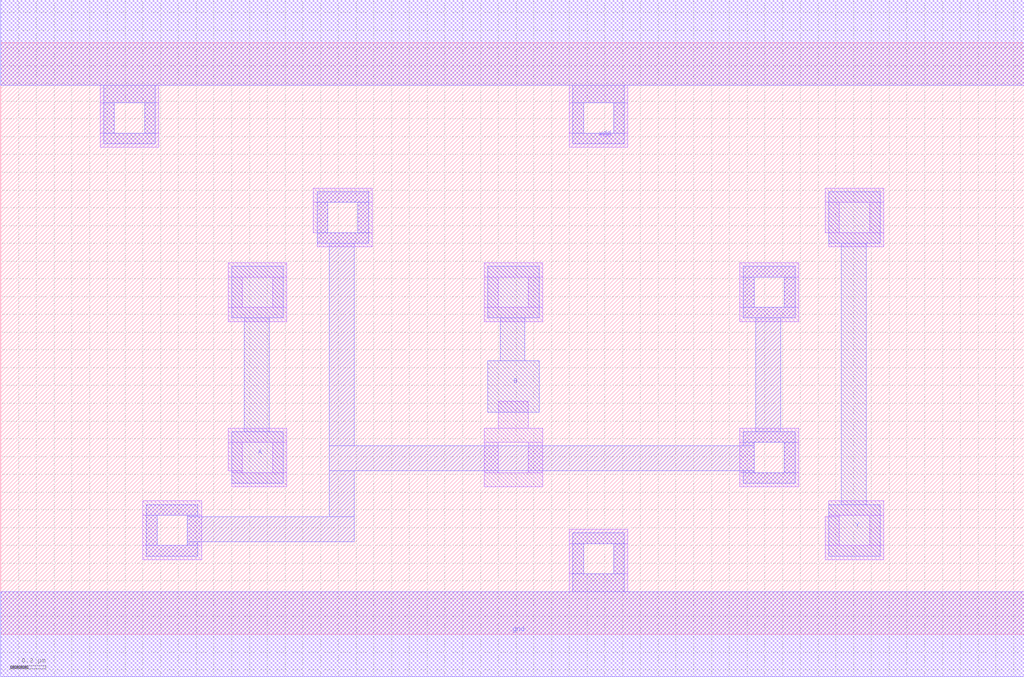
<source format=lef>
VERSION 5.7 ;
  NOWIREEXTENSIONATPIN ON ;
  DIVIDERCHAR "/" ;
  BUSBITCHARS "[]" ;
MACRO AND2X1
  CLASS CORE ;
  FOREIGN AND2X1 ;
  ORIGIN 0.000 0.000 ;
  SIZE 5.760 BY 3.330 ;
  SYMMETRY X Y R90 ;
  SITE unit ;
  PIN vdd
    DIRECTION INOUT ;
    USE POWER ;
    SHAPE ABUTMENT ;
    PORT
      LAYER met1 ;
        RECT 0.000 3.090 5.760 3.570 ;
        RECT 0.580 2.990 0.870 3.090 ;
        RECT 0.580 2.820 0.640 2.990 ;
        RECT 0.810 2.820 0.870 2.990 ;
        RECT 0.580 2.760 0.870 2.820 ;
        RECT 3.220 2.990 3.510 3.090 ;
        RECT 3.220 2.820 3.280 2.990 ;
        RECT 3.450 2.820 3.510 2.990 ;
        RECT 3.220 2.760 3.510 2.820 ;
    END
    PORT
      LAYER li1 ;
        RECT 0.000 3.090 5.760 3.570 ;
        RECT 0.560 2.990 0.890 3.090 ;
        RECT 0.560 2.820 0.640 2.990 ;
        RECT 0.810 2.820 0.890 2.990 ;
        RECT 0.560 2.740 0.890 2.820 ;
        RECT 3.200 2.990 3.530 3.090 ;
        RECT 3.200 2.820 3.280 2.990 ;
        RECT 3.450 2.820 3.530 2.990 ;
        RECT 3.200 2.740 3.530 2.820 ;
    END
  END vdd
  PIN gnd
    DIRECTION INOUT ;
    USE GROUND ;
    SHAPE ABUTMENT ;
    PORT
      LAYER met1 ;
        RECT 3.220 0.510 3.510 0.570 ;
        RECT 3.220 0.340 3.280 0.510 ;
        RECT 3.450 0.340 3.510 0.510 ;
        RECT 3.220 0.240 3.510 0.340 ;
        RECT 0.000 -0.240 5.760 0.240 ;
    END
    PORT
      LAYER li1 ;
        RECT 3.200 0.510 3.530 0.590 ;
        RECT 3.200 0.340 3.280 0.510 ;
        RECT 3.450 0.340 3.530 0.510 ;
        RECT 3.200 0.240 3.530 0.340 ;
        RECT 0.000 -0.240 5.760 0.240 ;
    END
  END gnd
  PIN Y
    DIRECTION INOUT ;
    USE SIGNAL ;
    SHAPE ABUTMENT ;
    PORT
      LAYER met1 ;
        RECT 4.660 2.200 4.950 2.490 ;
        RECT 4.730 0.730 4.870 2.200 ;
        RECT 4.660 0.440 4.950 0.730 ;
    END
  END Y
  PIN A
    DIRECTION INOUT ;
    USE SIGNAL ;
    SHAPE ABUTMENT ;
    PORT
      LAYER met1 ;
        RECT 1.300 1.780 1.590 2.070 ;
        RECT 1.370 1.140 1.510 1.780 ;
        RECT 1.300 0.850 1.590 1.140 ;
    END
  END A
  PIN B
    DIRECTION INOUT ;
    USE SIGNAL ;
    SHAPE ABUTMENT ;
    PORT
      LAYER met1 ;
        RECT 2.740 1.780 3.030 2.070 ;
        RECT 2.810 1.540 2.950 1.780 ;
        RECT 2.740 1.250 3.030 1.540 ;
    END
  END B
  OBS
      LAYER li1 ;
        RECT 1.760 2.430 2.090 2.510 ;
        RECT 1.760 2.260 1.840 2.430 ;
        RECT 2.010 2.260 2.090 2.430 ;
        RECT 4.640 2.430 4.970 2.510 ;
        RECT 4.640 2.260 4.720 2.430 ;
        RECT 4.890 2.260 4.970 2.430 ;
        RECT 1.780 2.180 2.090 2.260 ;
        RECT 4.660 2.180 4.970 2.260 ;
        RECT 1.280 2.010 1.610 2.090 ;
        RECT 1.280 1.840 1.360 2.010 ;
        RECT 1.530 1.840 1.610 2.010 ;
        RECT 1.280 1.760 1.610 1.840 ;
        RECT 2.720 2.010 3.050 2.090 ;
        RECT 2.720 1.840 2.800 2.010 ;
        RECT 2.970 1.840 3.050 2.010 ;
        RECT 2.720 1.760 3.050 1.840 ;
        RECT 4.160 2.010 4.490 2.090 ;
        RECT 4.160 1.840 4.240 2.010 ;
        RECT 4.410 1.840 4.490 2.010 ;
        RECT 4.160 1.760 4.490 1.840 ;
        RECT 2.800 1.160 2.970 1.310 ;
        RECT 1.280 1.080 1.610 1.160 ;
        RECT 1.280 0.920 1.360 1.080 ;
        RECT 1.300 0.910 1.360 0.920 ;
        RECT 1.530 0.910 1.610 1.080 ;
        RECT 1.300 0.830 1.610 0.910 ;
        RECT 2.720 1.080 3.050 1.160 ;
        RECT 2.720 0.910 2.800 1.080 ;
        RECT 2.970 0.910 3.050 1.080 ;
        RECT 2.720 0.830 3.050 0.910 ;
        RECT 4.160 1.080 4.490 1.160 ;
        RECT 4.160 0.910 4.240 1.080 ;
        RECT 4.410 0.910 4.490 1.080 ;
        RECT 4.160 0.830 4.490 0.910 ;
        RECT 0.800 0.670 1.130 0.750 ;
        RECT 0.800 0.500 0.880 0.670 ;
        RECT 1.050 0.500 1.130 0.670 ;
        RECT 4.660 0.670 4.970 0.750 ;
        RECT 4.660 0.660 4.720 0.670 ;
        RECT 0.800 0.420 1.130 0.500 ;
        RECT 4.640 0.500 4.720 0.660 ;
        RECT 4.890 0.500 4.970 0.670 ;
        RECT 4.640 0.420 4.970 0.500 ;
      LAYER met1 ;
        RECT 1.780 2.430 2.070 2.490 ;
        RECT 1.780 2.260 1.840 2.430 ;
        RECT 2.010 2.260 2.070 2.430 ;
        RECT 1.780 2.200 2.070 2.260 ;
        RECT 1.850 1.060 1.990 2.200 ;
        RECT 4.180 2.010 4.470 2.070 ;
        RECT 4.180 1.840 4.240 2.010 ;
        RECT 4.410 1.840 4.470 2.010 ;
        RECT 4.180 1.780 4.470 1.840 ;
        RECT 4.250 1.140 4.390 1.780 ;
        RECT 4.180 1.080 4.470 1.140 ;
        RECT 4.180 1.060 4.240 1.080 ;
        RECT 1.850 0.920 4.240 1.060 ;
        RECT 0.820 0.670 1.110 0.730 ;
        RECT 0.820 0.500 0.880 0.670 ;
        RECT 1.050 0.660 1.110 0.670 ;
        RECT 1.850 0.660 1.990 0.920 ;
        RECT 4.180 0.910 4.240 0.920 ;
        RECT 4.410 0.910 4.470 1.080 ;
        RECT 4.180 0.850 4.470 0.910 ;
        RECT 1.050 0.520 1.990 0.660 ;
        RECT 1.050 0.500 1.110 0.520 ;
        RECT 0.820 0.440 1.110 0.500 ;
  END
END AND2X1
END LIBRARY


</source>
